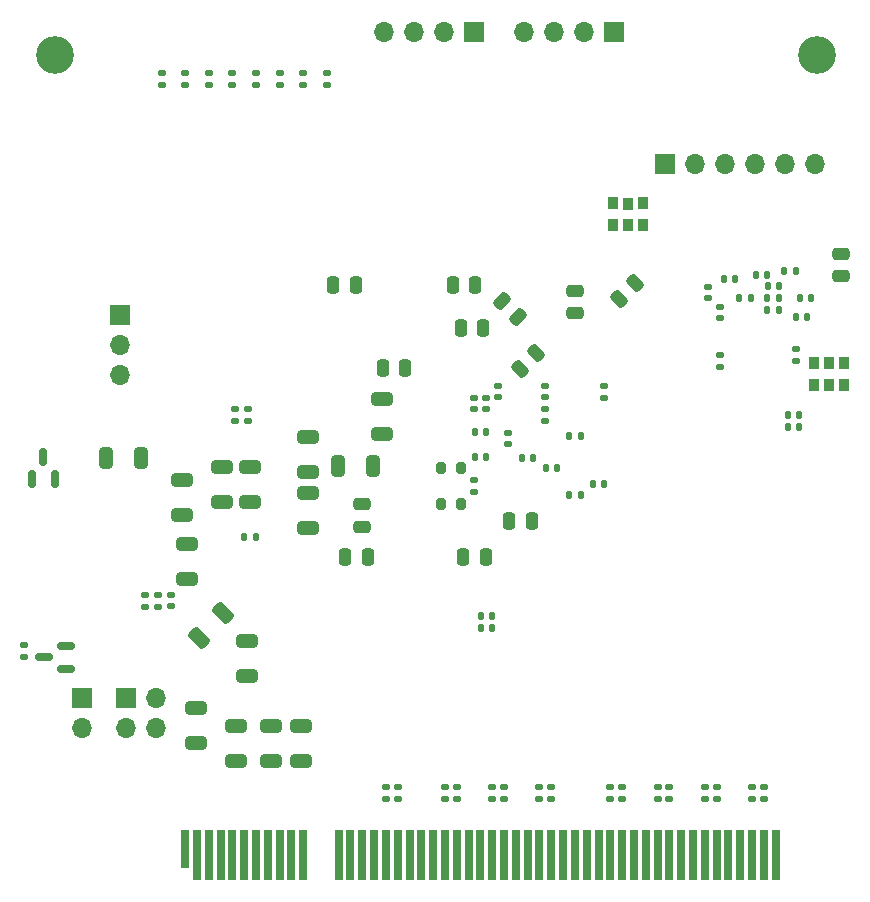
<source format=gbs>
G04 #@! TF.GenerationSoftware,KiCad,Pcbnew,6.0.11+dfsg-1*
G04 #@! TF.CreationDate,2023-08-05T12:29:56+02:00*
G04 #@! TF.ProjectId,kintex-pcie,6b696e74-6578-42d7-9063-69652e6b6963,rev?*
G04 #@! TF.SameCoordinates,Original*
G04 #@! TF.FileFunction,Soldermask,Bot*
G04 #@! TF.FilePolarity,Negative*
%FSLAX46Y46*%
G04 Gerber Fmt 4.6, Leading zero omitted, Abs format (unit mm)*
G04 Created by KiCad (PCBNEW 6.0.11+dfsg-1) date 2023-08-05 12:29:56*
%MOMM*%
%LPD*%
G01*
G04 APERTURE LIST*
G04 Aperture macros list*
%AMRoundRect*
0 Rectangle with rounded corners*
0 $1 Rounding radius*
0 $2 $3 $4 $5 $6 $7 $8 $9 X,Y pos of 4 corners*
0 Add a 4 corners polygon primitive as box body*
4,1,4,$2,$3,$4,$5,$6,$7,$8,$9,$2,$3,0*
0 Add four circle primitives for the rounded corners*
1,1,$1+$1,$2,$3*
1,1,$1+$1,$4,$5*
1,1,$1+$1,$6,$7*
1,1,$1+$1,$8,$9*
0 Add four rect primitives between the rounded corners*
20,1,$1+$1,$2,$3,$4,$5,0*
20,1,$1+$1,$4,$5,$6,$7,0*
20,1,$1+$1,$6,$7,$8,$9,0*
20,1,$1+$1,$8,$9,$2,$3,0*%
G04 Aperture macros list end*
%ADD10R,1.700000X1.700000*%
%ADD11O,1.700000X1.700000*%
%ADD12R,0.700000X3.200000*%
%ADD13R,0.700000X4.300000*%
%ADD14C,3.200000*%
%ADD15RoundRect,0.140000X0.170000X-0.140000X0.170000X0.140000X-0.170000X0.140000X-0.170000X-0.140000X0*%
%ADD16RoundRect,0.135000X-0.135000X-0.185000X0.135000X-0.185000X0.135000X0.185000X-0.135000X0.185000X0*%
%ADD17RoundRect,0.140000X0.140000X0.170000X-0.140000X0.170000X-0.140000X-0.170000X0.140000X-0.170000X0*%
%ADD18RoundRect,0.135000X-0.185000X0.135000X-0.185000X-0.135000X0.185000X-0.135000X0.185000X0.135000X0*%
%ADD19RoundRect,0.250000X-0.650000X0.325000X-0.650000X-0.325000X0.650000X-0.325000X0.650000X0.325000X0*%
%ADD20RoundRect,0.250000X-0.250000X-0.475000X0.250000X-0.475000X0.250000X0.475000X-0.250000X0.475000X0*%
%ADD21RoundRect,0.140000X-0.140000X-0.170000X0.140000X-0.170000X0.140000X0.170000X-0.140000X0.170000X0*%
%ADD22RoundRect,0.250000X0.325000X0.650000X-0.325000X0.650000X-0.325000X-0.650000X0.325000X-0.650000X0*%
%ADD23RoundRect,0.200000X0.200000X0.275000X-0.200000X0.275000X-0.200000X-0.275000X0.200000X-0.275000X0*%
%ADD24RoundRect,0.140000X-0.170000X0.140000X-0.170000X-0.140000X0.170000X-0.140000X0.170000X0.140000X0*%
%ADD25R,0.860000X1.050000*%
%ADD26R,0.820000X1.050000*%
%ADD27RoundRect,0.250000X0.650000X-0.325000X0.650000X0.325000X-0.650000X0.325000X-0.650000X-0.325000X0*%
%ADD28RoundRect,0.250000X0.475000X-0.250000X0.475000X0.250000X-0.475000X0.250000X-0.475000X-0.250000X0*%
%ADD29RoundRect,0.250000X-0.475000X0.250000X-0.475000X-0.250000X0.475000X-0.250000X0.475000X0.250000X0*%
%ADD30RoundRect,0.250000X0.250000X0.475000X-0.250000X0.475000X-0.250000X-0.475000X0.250000X-0.475000X0*%
%ADD31RoundRect,0.250000X-0.229810X0.689429X-0.689429X0.229810X0.229810X-0.689429X0.689429X-0.229810X0*%
%ADD32RoundRect,0.150000X0.150000X-0.587500X0.150000X0.587500X-0.150000X0.587500X-0.150000X-0.587500X0*%
%ADD33RoundRect,0.135000X0.135000X0.185000X-0.135000X0.185000X-0.135000X-0.185000X0.135000X-0.185000X0*%
%ADD34RoundRect,0.150000X0.587500X0.150000X-0.587500X0.150000X-0.587500X-0.150000X0.587500X-0.150000X0*%
%ADD35RoundRect,0.135000X0.185000X-0.135000X0.185000X0.135000X-0.185000X0.135000X-0.185000X-0.135000X0*%
%ADD36RoundRect,0.250000X0.159099X-0.512652X0.512652X-0.159099X-0.159099X0.512652X-0.512652X0.159099X0*%
%ADD37RoundRect,0.250000X-0.512652X-0.159099X-0.159099X-0.512652X0.512652X0.159099X0.159099X0.512652X0*%
G04 APERTURE END LIST*
D10*
X86990000Y-52025000D03*
D11*
X84450000Y-52025000D03*
X81910000Y-52025000D03*
X79370000Y-52025000D03*
D10*
X103150000Y-63250000D03*
D11*
X105690000Y-63250000D03*
X108230000Y-63250000D03*
X110770000Y-63250000D03*
X113310000Y-63250000D03*
X115850000Y-63250000D03*
D10*
X98800000Y-52025000D03*
D11*
X96260000Y-52025000D03*
X93720000Y-52025000D03*
X91180000Y-52025000D03*
D10*
X57000000Y-76000000D03*
D11*
X57000000Y-78540000D03*
X57000000Y-81080000D03*
D12*
X62500000Y-121200000D03*
D13*
X63500000Y-121750000D03*
X64500000Y-121750000D03*
X65500000Y-121750000D03*
X66500000Y-121750000D03*
X67500000Y-121750000D03*
X68500000Y-121750000D03*
X69500000Y-121750000D03*
X70500000Y-121750000D03*
X71500000Y-121750000D03*
X72500000Y-121750000D03*
X75500000Y-121750000D03*
X76500000Y-121750000D03*
X77500000Y-121750000D03*
X78500000Y-121750000D03*
X79500000Y-121750000D03*
X80500000Y-121750000D03*
X81500000Y-121750000D03*
X82500000Y-121750000D03*
X83500000Y-121750000D03*
X84500000Y-121750000D03*
X85500000Y-121750000D03*
X86500000Y-121750000D03*
X87500000Y-121750000D03*
X88500000Y-121750000D03*
X89500000Y-121750000D03*
X90500000Y-121750000D03*
X91500000Y-121750000D03*
X92500000Y-121750000D03*
X93500000Y-121750000D03*
X94500000Y-121750000D03*
X95500000Y-121750000D03*
X96500000Y-121750000D03*
X97500000Y-121750000D03*
X98500000Y-121750000D03*
X99500000Y-121750000D03*
X100500000Y-121750000D03*
X101500000Y-121750000D03*
X102500000Y-121750000D03*
X103500000Y-121750000D03*
X104500000Y-121750000D03*
X105500000Y-121750000D03*
X106500000Y-121750000D03*
X107500000Y-121750000D03*
X108500000Y-121750000D03*
X109500000Y-121750000D03*
X110500000Y-121750000D03*
X111500000Y-121750000D03*
X112500000Y-121750000D03*
D14*
X116000000Y-54000000D03*
X51500000Y-54000000D03*
D10*
X53750000Y-108470000D03*
D11*
X53750000Y-111010000D03*
D10*
X57475000Y-108475000D03*
D11*
X60015000Y-108475000D03*
X57475000Y-111015000D03*
X60015000Y-111015000D03*
D15*
X85500000Y-116980000D03*
X85500000Y-116020000D03*
X84500000Y-116980000D03*
X84500000Y-116020000D03*
D16*
X111790000Y-75600000D03*
X112810000Y-75600000D03*
D17*
X114180000Y-72300000D03*
X113220000Y-72300000D03*
D15*
X107500000Y-116980000D03*
X107500000Y-116020000D03*
D18*
X59100000Y-99690000D03*
X59100000Y-100710000D03*
D19*
X67700000Y-103625000D03*
X67700000Y-106575000D03*
D15*
X80500000Y-116980000D03*
X80500000Y-116020000D03*
D18*
X68500000Y-55490000D03*
X68500000Y-56510000D03*
D20*
X85850000Y-77100000D03*
X87750000Y-77100000D03*
D21*
X114520000Y-74600000D03*
X115480000Y-74600000D03*
D20*
X75050000Y-73500000D03*
X76950000Y-73500000D03*
D17*
X88480000Y-101500000D03*
X87520000Y-101500000D03*
D22*
X78375000Y-88800000D03*
X75425000Y-88800000D03*
D23*
X85825000Y-89000000D03*
X84175000Y-89000000D03*
D24*
X87000000Y-83020000D03*
X87000000Y-83980000D03*
D15*
X88000000Y-83980000D03*
X88000000Y-83020000D03*
D18*
X62500000Y-55490000D03*
X62500000Y-56510000D03*
D19*
X66800000Y-110825000D03*
X66800000Y-113775000D03*
D24*
X89800000Y-86020000D03*
X89800000Y-86980000D03*
D25*
X98710000Y-66570000D03*
D26*
X100000000Y-66600000D03*
D25*
X101290000Y-66570000D03*
X101290000Y-68430000D03*
D26*
X100000000Y-68430000D03*
D25*
X98710000Y-68430000D03*
D15*
X88500000Y-116980000D03*
X88500000Y-116020000D03*
D19*
X62700000Y-95425000D03*
X62700000Y-98375000D03*
D15*
X110500000Y-116980000D03*
X110500000Y-116020000D03*
D27*
X72900000Y-89275000D03*
X72900000Y-86325000D03*
D24*
X98000000Y-82070000D03*
X98000000Y-83030000D03*
D15*
X106500000Y-116980000D03*
X106500000Y-116020000D03*
D19*
X72300000Y-110825000D03*
X72300000Y-113775000D03*
D21*
X108120000Y-73000000D03*
X109080000Y-73000000D03*
D27*
X68000000Y-91875000D03*
X68000000Y-88925000D03*
D28*
X95500000Y-75850000D03*
X95500000Y-73950000D03*
D20*
X76050000Y-96500000D03*
X77950000Y-96500000D03*
D29*
X118000000Y-70850000D03*
X118000000Y-72750000D03*
X77500000Y-92050000D03*
X77500000Y-93950000D03*
D18*
X60500000Y-55490000D03*
X60500000Y-56510000D03*
D30*
X91850000Y-93500000D03*
X89950000Y-93500000D03*
D31*
X65742983Y-101257017D03*
X63657017Y-103342983D03*
D27*
X65600000Y-91875000D03*
X65600000Y-88925000D03*
D15*
X93500000Y-116980000D03*
X93500000Y-116020000D03*
D21*
X109420000Y-74600000D03*
X110380000Y-74600000D03*
D15*
X93000000Y-84980000D03*
X93000000Y-84020000D03*
D32*
X51450000Y-89937500D03*
X49550000Y-89937500D03*
X50500000Y-88062500D03*
D33*
X96010000Y-86270000D03*
X94990000Y-86270000D03*
D19*
X63400000Y-109325000D03*
X63400000Y-112275000D03*
D15*
X61300000Y-100680000D03*
X61300000Y-99720000D03*
X103500000Y-116980000D03*
X103500000Y-116020000D03*
D19*
X69800000Y-110825000D03*
X69800000Y-113775000D03*
D18*
X66700000Y-83990000D03*
X66700000Y-85010000D03*
D21*
X95020000Y-91300000D03*
X95980000Y-91300000D03*
D17*
X114480000Y-85500000D03*
X113520000Y-85500000D03*
D21*
X111820000Y-73600000D03*
X112780000Y-73600000D03*
D30*
X81150000Y-80500000D03*
X79250000Y-80500000D03*
D21*
X114220000Y-76200000D03*
X115180000Y-76200000D03*
D34*
X52437500Y-104050000D03*
X52437500Y-105950000D03*
X50562500Y-105000000D03*
D17*
X114480000Y-84500000D03*
X113520000Y-84500000D03*
D15*
X92500000Y-116980000D03*
X92500000Y-116020000D03*
X107800000Y-76280000D03*
X107800000Y-75320000D03*
X89500000Y-116980000D03*
X89500000Y-116020000D03*
D18*
X74500000Y-55490000D03*
X74500000Y-56510000D03*
X48900000Y-103990000D03*
X48900000Y-105010000D03*
D17*
X97980000Y-90300000D03*
X97020000Y-90300000D03*
D20*
X85150000Y-73500000D03*
X87050000Y-73500000D03*
D15*
X87000000Y-90980000D03*
X87000000Y-90020000D03*
X102500000Y-116980000D03*
X102500000Y-116020000D03*
D27*
X79200000Y-86075000D03*
X79200000Y-83125000D03*
D35*
X60200000Y-100710000D03*
X60200000Y-99690000D03*
D17*
X88480000Y-102500000D03*
X87520000Y-102500000D03*
D33*
X68510000Y-94800000D03*
X67490000Y-94800000D03*
D27*
X62230000Y-92915000D03*
X62230000Y-89965000D03*
D18*
X64500000Y-55490000D03*
X64500000Y-56510000D03*
D15*
X89000000Y-82980000D03*
X89000000Y-82020000D03*
D17*
X87980000Y-85900000D03*
X87020000Y-85900000D03*
D15*
X93000000Y-82980000D03*
X93000000Y-82020000D03*
D20*
X86050000Y-96500000D03*
X87950000Y-96500000D03*
D24*
X114200000Y-78920000D03*
X114200000Y-79880000D03*
D15*
X98500000Y-116980000D03*
X98500000Y-116020000D03*
X107800000Y-80380000D03*
X107800000Y-79420000D03*
D25*
X115710000Y-80070000D03*
D26*
X117000000Y-80100000D03*
D25*
X118290000Y-80070000D03*
X118290000Y-81930000D03*
D26*
X117000000Y-81930000D03*
D25*
X115710000Y-81930000D03*
D18*
X66500000Y-55490000D03*
X66500000Y-56510000D03*
D15*
X106800000Y-74580000D03*
X106800000Y-73620000D03*
D36*
X90828249Y-80571751D03*
X92171751Y-79228249D03*
D15*
X79500000Y-116980000D03*
X79500000Y-116020000D03*
D17*
X87980000Y-88000000D03*
X87020000Y-88000000D03*
D21*
X93020000Y-89000000D03*
X93980000Y-89000000D03*
D18*
X72500000Y-55490000D03*
X72500000Y-56510000D03*
D17*
X111780000Y-72600000D03*
X110820000Y-72600000D03*
D19*
X72900000Y-91125000D03*
X72900000Y-94075000D03*
D15*
X111500000Y-116980000D03*
X111500000Y-116020000D03*
D37*
X89328249Y-74828249D03*
X90671751Y-76171751D03*
D15*
X99500000Y-116980000D03*
X99500000Y-116020000D03*
D36*
X99228249Y-74671751D03*
X100571751Y-73328249D03*
D18*
X67800000Y-83990000D03*
X67800000Y-85010000D03*
D23*
X85825000Y-92000000D03*
X84175000Y-92000000D03*
D17*
X91980000Y-88100000D03*
X91020000Y-88100000D03*
D18*
X70500000Y-55490000D03*
X70500000Y-56510000D03*
D22*
X58775000Y-88100000D03*
X55825000Y-88100000D03*
D33*
X112810000Y-74600000D03*
X111790000Y-74600000D03*
M02*

</source>
